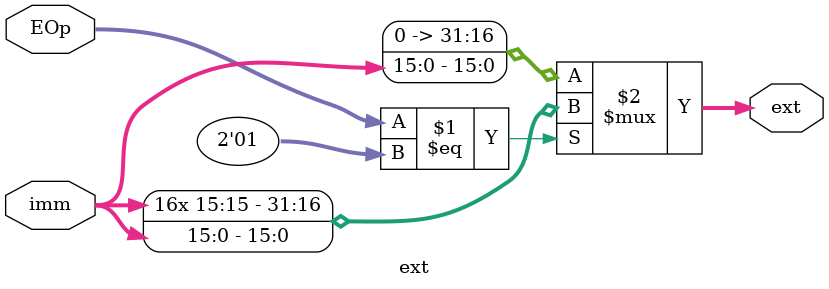
<source format=v>
`timescale 1ns / 1ps

module ext(
	input [15:0] imm,
	input [1:0] EOp,
	output [31:0] ext
    );
	 
	assign ext = (EOp == 2'b01) ? { {16{imm[15]}} , imm} :     //EOP = 1 : 符号拓展
					{ {16{1'b0}} , imm}   ;     //EOp = 0 : 零拓展


endmodule
</source>
